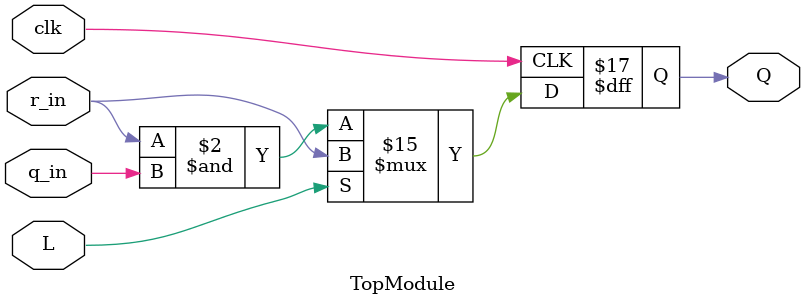
<source format=sv>

module TopModule(
    input clk,
    input L,
    input q_in, // input from master
    input r_in, // input for loading value
    output reg Q // output with 2-bit width
);

// Local variables
reg [1:0] temp;

// always block to handle both load and update
always @(posedge clk) begin
    if (L) begin
        Q <= r_in;
    end else begin
        // Update Q[1:0]
        temp[2] = r_in & q_in; // update first bit
        temp[1] = ~q_in && r_in; // update second bit
        temp[0] = ~temp[2] & ~temp[1]; // compute third bit
        Q <= {temp[1], temp[0], temp[2]};
    end
end

endmodule

// VERILOG-EVAL: errant inclusion of module definition

</source>
